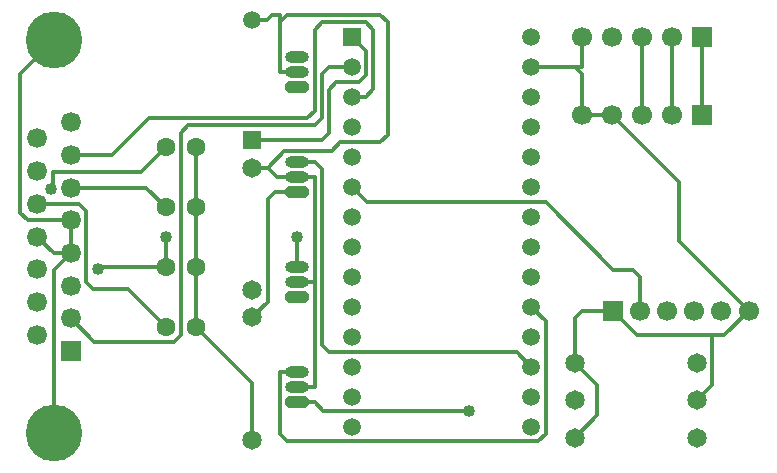
<source format=gbr>
G04 DipTrace 3.0.0.2*
G04 Bottom.gbr*
%MOMM*%
G04 #@! TF.FileFunction,Copper,L2,Bot*
G04 #@! TF.Part,Single*
%AMOUTLINE0*
4,1,8,
-0.75,0.5,
-1.0,0.25,
-1.0,-0.25,
-0.75,-0.5,
0.75,-0.5,
1.0,-0.25,
1.0,0.25,
0.75,0.5,
-0.75,0.5,
0*%
G04 #@! TA.AperFunction,Conductor*
%ADD13C,0.3048*%
G04 #@! TA.AperFunction,ComponentPad*
%ADD14C,1.6*%
%ADD15C,1.6*%
%ADD16R,1.5X1.5*%
%ADD17C,1.5*%
%ADD18R,1.69X1.69*%
%ADD19C,1.69*%
%ADD20C,4.8*%
%ADD21R,1.7X1.7*%
%ADD22C,1.7*%
%ADD23O,2.0X1.0*%
%ADD24C,1.65*%
G04 #@! TA.AperFunction,ViaPad*
%ADD25C,1.016*%
G04 #@! TA.AperFunction,ComponentPad*
%ADD57OUTLINE0*%
%FSLAX35Y35*%
G04*
G71*
G90*
G75*
G01*
G04 Bottom*
%LPD*%
X5520377Y4449627D2*
D13*
X5892041D1*
X5953000Y4388668D1*
Y4036873D1*
X3159000Y3830500D2*
X3746680D1*
X3807640Y3891460D1*
Y4255391D1*
X3868600Y4316351D1*
X4060141D1*
X4121101Y4377311D1*
Y4582902D1*
X4000377Y4703627D1*
X2682747Y3767000D2*
Y3259000D1*
X1480000Y1344000D2*
Y2729500D1*
X1622000Y2871500D1*
X5889500Y1306373D2*
X6078679Y1495553D1*
Y1752197D1*
X5889500Y1941377D1*
X1622000Y2871500D2*
X1476500D1*
X1338000Y3010000D1*
X5892041Y4449627D2*
X5952997D1*
X5953000Y4449630D1*
Y4703623D1*
X7360000Y2381100D2*
X7153081Y2174181D1*
X7052721D1*
Y1752094D1*
X6924500Y1623873D1*
X6207000Y4036873D2*
X6770720Y3473153D1*
Y2970380D1*
X7360000Y2381100D1*
X5953000Y4036873D2*
X6207000D1*
X2682747Y2243000D2*
X3159000Y1766747D1*
Y1290500D1*
X2682747Y2751000D2*
Y2243000D1*
Y3259000D2*
Y2751000D1*
X1622000Y3148500D2*
X1255239D1*
X1194280Y3209460D1*
Y4390280D1*
X1480000Y4676000D1*
X1622000Y2871500D2*
Y3148500D1*
X6210000Y2381100D2*
X6416919Y2174181D1*
X7052721D1*
X5889500Y1941377D2*
Y2320140D1*
X5950460Y2381100D1*
X6210000D1*
X6969000Y4703623D2*
Y4036873D1*
X6715000Y4703623D2*
Y4036873D1*
X6461000Y4703623D2*
Y4036873D1*
X1622000Y2317500D2*
X1822220Y2117280D1*
X2493510D1*
X2554470Y2178240D1*
Y3890261D1*
X2615430Y3951221D1*
X3685720D1*
X3746680Y4012181D1*
Y4388660D1*
X3807647Y4449627D1*
X4000377D1*
Y4195627D2*
X4121100D1*
X4182061Y4256588D1*
Y4763391D1*
X4121101Y4824351D1*
X3746680D1*
X3685720Y4763391D1*
Y4073141D1*
X3624760Y4012181D1*
X2284133D1*
X1974451Y3702500D1*
X1622000D1*
X3159000Y2325500D2*
X3287219Y2453719D1*
Y3325040D1*
X3348179Y3386000D1*
X3540000D1*
X4991770Y1532610D2*
X3761110D1*
X3685720Y1608000D1*
X3540000D1*
X2428747Y3767000D2*
X2217467Y3555720D1*
X1468221D1*
Y3429221D1*
X1456220Y3417219D1*
X3540000Y3640000D2*
X3685720D1*
X3746680Y3579040D1*
Y2091311D1*
X3807640Y2030351D1*
X5399652D1*
X5520377Y1909627D1*
X2428747Y3259000D2*
X2262247Y3425500D1*
X1622000D1*
X3540000Y2751000D2*
Y3004200D1*
X1848741Y2732999D2*
D3*
X2428747Y2751000D2*
X2428750Y3004200D1*
X1848741Y2732999D2*
X1866742Y2751000D1*
X2428747D1*
Y2243000D2*
X2107427Y2564320D1*
X1813181D1*
X1752221Y2625280D1*
Y3226041D1*
X1691262Y3287000D1*
X1338000D1*
X3540000Y1862000D2*
X3394280D1*
Y1341859D1*
X3455240Y1280899D1*
X5580141D1*
X5641101Y1341859D1*
Y2296903D1*
X5520377Y2417627D1*
X3540000Y4402000D2*
X3394280D1*
Y4824351D1*
X3455240Y4885311D1*
X4243021D1*
X4303981Y4824351D1*
Y3869311D1*
X4243021Y3808351D1*
X3904922D1*
X3832290Y3735720D1*
X3430569D1*
X3287219Y3592370D1*
X3366589Y3513000D1*
X3540000D1*
X3394280Y4824351D2*
Y4885311D1*
X3324532D1*
X3279721Y4840500D1*
X3159000D1*
X3540000Y3513000D2*
X3685720D1*
Y2624000D1*
Y1735000D1*
X3540000D1*
X3685720Y2624000D2*
X3540000D1*
X3159000Y3592377D2*
X3287219Y3592370D1*
X3159000Y3592377D2*
D3*
X4000377Y3433627D2*
X4133652Y3300351D1*
X5641101D1*
X6210071Y2731381D1*
X6379039D1*
X6440003Y2670417D1*
Y2381100D1*
D25*
X4991770Y1532610D3*
X1456220Y3417219D3*
X3540000Y3004200D3*
X2428750D3*
X1848741Y2732999D3*
D14*
X2428747Y3767000D3*
D15*
X2682747D3*
D14*
X2428747Y3259000D3*
D15*
X2682747D3*
D14*
X2428747Y2751000D3*
D15*
X2682747D3*
D14*
X2428747Y2243000D3*
D15*
X2682747D3*
D16*
X3159000Y3830500D3*
D17*
Y4840500D3*
D18*
X1622000Y2040500D3*
D19*
Y2317500D3*
Y2594500D3*
Y2871500D3*
Y3148500D3*
Y3425500D3*
Y3702500D3*
Y3979500D3*
X1338000Y2179000D3*
Y2456000D3*
Y2733000D3*
Y3010000D3*
Y3287000D3*
Y3564000D3*
Y3841000D3*
D20*
X1480000Y1344000D3*
Y4676000D3*
D21*
X6969000Y4703623D3*
D22*
X6715000D3*
X6461000D3*
X6207000D3*
X5953000D3*
D21*
X6969000Y4036873D3*
D22*
X6715000D3*
X6461000D3*
X6207000D3*
X5953000D3*
D57*
X3540000Y4275000D3*
D23*
Y4402000D3*
Y4529000D3*
D57*
Y3386000D3*
D23*
Y3513000D3*
Y3640000D3*
D57*
Y2497000D3*
D23*
Y2624000D3*
Y2751000D3*
D57*
Y1608000D3*
D23*
Y1735000D3*
Y1862000D3*
D24*
X3159000Y3592377D3*
Y2557377D3*
X5889500Y1941377D3*
X6924500D3*
X3159000Y1290500D3*
Y2325500D3*
X6924500Y1623873D3*
X5889500D3*
Y1306373D3*
X6924500D3*
D21*
X6210000Y2381100D3*
D22*
X6440003D3*
X6670003D3*
X6900000D3*
X7130003D3*
X7360000D3*
D16*
X4000377Y4703627D3*
D17*
Y4449627D3*
Y4195627D3*
Y3941627D3*
Y3687627D3*
Y3433627D3*
Y3179627D3*
Y2925627D3*
Y2671627D3*
Y2417627D3*
Y2163627D3*
Y1909627D3*
Y1655627D3*
Y1401627D3*
X5520377D3*
Y1655627D3*
Y1909627D3*
Y2163627D3*
Y2417627D3*
Y2671627D3*
Y2925627D3*
Y3179627D3*
Y3433627D3*
Y3687627D3*
Y3941627D3*
Y4195627D3*
Y4449627D3*
Y4703627D3*
M02*

</source>
